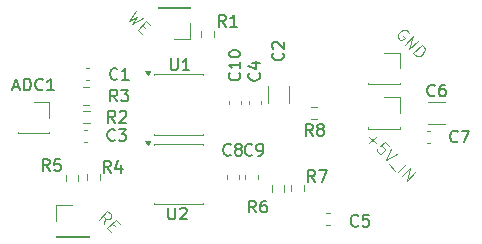
<source format=gbr>
%TF.GenerationSoftware,KiCad,Pcbnew,9.0.6*%
%TF.CreationDate,2025-12-21T15:01:31-05:00*%
%TF.ProjectId,olyntia,6f6c796e-7469-4612-9e6b-696361645f70,rev?*%
%TF.SameCoordinates,Original*%
%TF.FileFunction,Legend,Top*%
%TF.FilePolarity,Positive*%
%FSLAX46Y46*%
G04 Gerber Fmt 4.6, Leading zero omitted, Abs format (unit mm)*
G04 Created by KiCad (PCBNEW 9.0.6) date 2025-12-21 15:01:31*
%MOMM*%
%LPD*%
G01*
G04 APERTURE LIST*
%ADD10C,0.150000*%
%ADD11C,0.125000*%
%ADD12C,0.120000*%
G04 APERTURE END LIST*
D10*
X86233333Y-108359580D02*
X86185714Y-108407200D01*
X86185714Y-108407200D02*
X86042857Y-108454819D01*
X86042857Y-108454819D02*
X85947619Y-108454819D01*
X85947619Y-108454819D02*
X85804762Y-108407200D01*
X85804762Y-108407200D02*
X85709524Y-108311961D01*
X85709524Y-108311961D02*
X85661905Y-108216723D01*
X85661905Y-108216723D02*
X85614286Y-108026247D01*
X85614286Y-108026247D02*
X85614286Y-107883390D01*
X85614286Y-107883390D02*
X85661905Y-107692914D01*
X85661905Y-107692914D02*
X85709524Y-107597676D01*
X85709524Y-107597676D02*
X85804762Y-107502438D01*
X85804762Y-107502438D02*
X85947619Y-107454819D01*
X85947619Y-107454819D02*
X86042857Y-107454819D01*
X86042857Y-107454819D02*
X86185714Y-107502438D01*
X86185714Y-107502438D02*
X86233333Y-107550057D01*
X86709524Y-108454819D02*
X86900000Y-108454819D01*
X86900000Y-108454819D02*
X86995238Y-108407200D01*
X86995238Y-108407200D02*
X87042857Y-108359580D01*
X87042857Y-108359580D02*
X87138095Y-108216723D01*
X87138095Y-108216723D02*
X87185714Y-108026247D01*
X87185714Y-108026247D02*
X87185714Y-107645295D01*
X87185714Y-107645295D02*
X87138095Y-107550057D01*
X87138095Y-107550057D02*
X87090476Y-107502438D01*
X87090476Y-107502438D02*
X86995238Y-107454819D01*
X86995238Y-107454819D02*
X86804762Y-107454819D01*
X86804762Y-107454819D02*
X86709524Y-107502438D01*
X86709524Y-107502438D02*
X86661905Y-107550057D01*
X86661905Y-107550057D02*
X86614286Y-107645295D01*
X86614286Y-107645295D02*
X86614286Y-107883390D01*
X86614286Y-107883390D02*
X86661905Y-107978628D01*
X86661905Y-107978628D02*
X86709524Y-108026247D01*
X86709524Y-108026247D02*
X86804762Y-108073866D01*
X86804762Y-108073866D02*
X86995238Y-108073866D01*
X86995238Y-108073866D02*
X87090476Y-108026247D01*
X87090476Y-108026247D02*
X87138095Y-107978628D01*
X87138095Y-107978628D02*
X87185714Y-107883390D01*
X85160180Y-101443257D02*
X85207800Y-101490876D01*
X85207800Y-101490876D02*
X85255419Y-101633733D01*
X85255419Y-101633733D02*
X85255419Y-101728971D01*
X85255419Y-101728971D02*
X85207800Y-101871828D01*
X85207800Y-101871828D02*
X85112561Y-101967066D01*
X85112561Y-101967066D02*
X85017323Y-102014685D01*
X85017323Y-102014685D02*
X84826847Y-102062304D01*
X84826847Y-102062304D02*
X84683990Y-102062304D01*
X84683990Y-102062304D02*
X84493514Y-102014685D01*
X84493514Y-102014685D02*
X84398276Y-101967066D01*
X84398276Y-101967066D02*
X84303038Y-101871828D01*
X84303038Y-101871828D02*
X84255419Y-101728971D01*
X84255419Y-101728971D02*
X84255419Y-101633733D01*
X84255419Y-101633733D02*
X84303038Y-101490876D01*
X84303038Y-101490876D02*
X84350657Y-101443257D01*
X85255419Y-100490876D02*
X85255419Y-101062304D01*
X85255419Y-100776590D02*
X84255419Y-100776590D01*
X84255419Y-100776590D02*
X84398276Y-100871828D01*
X84398276Y-100871828D02*
X84493514Y-100967066D01*
X84493514Y-100967066D02*
X84541133Y-101062304D01*
X84255419Y-99871828D02*
X84255419Y-99776590D01*
X84255419Y-99776590D02*
X84303038Y-99681352D01*
X84303038Y-99681352D02*
X84350657Y-99633733D01*
X84350657Y-99633733D02*
X84445895Y-99586114D01*
X84445895Y-99586114D02*
X84636371Y-99538495D01*
X84636371Y-99538495D02*
X84874466Y-99538495D01*
X84874466Y-99538495D02*
X85064942Y-99586114D01*
X85064942Y-99586114D02*
X85160180Y-99633733D01*
X85160180Y-99633733D02*
X85207800Y-99681352D01*
X85207800Y-99681352D02*
X85255419Y-99776590D01*
X85255419Y-99776590D02*
X85255419Y-99871828D01*
X85255419Y-99871828D02*
X85207800Y-99967066D01*
X85207800Y-99967066D02*
X85160180Y-100014685D01*
X85160180Y-100014685D02*
X85064942Y-100062304D01*
X85064942Y-100062304D02*
X84874466Y-100109923D01*
X84874466Y-100109923D02*
X84636371Y-100109923D01*
X84636371Y-100109923D02*
X84445895Y-100062304D01*
X84445895Y-100062304D02*
X84350657Y-100014685D01*
X84350657Y-100014685D02*
X84303038Y-99967066D01*
X84303038Y-99967066D02*
X84255419Y-99871828D01*
X66048714Y-102636104D02*
X66524904Y-102636104D01*
X65953476Y-102921819D02*
X66286809Y-101921819D01*
X66286809Y-101921819D02*
X66620142Y-102921819D01*
X66953476Y-102921819D02*
X66953476Y-101921819D01*
X66953476Y-101921819D02*
X67191571Y-101921819D01*
X67191571Y-101921819D02*
X67334428Y-101969438D01*
X67334428Y-101969438D02*
X67429666Y-102064676D01*
X67429666Y-102064676D02*
X67477285Y-102159914D01*
X67477285Y-102159914D02*
X67524904Y-102350390D01*
X67524904Y-102350390D02*
X67524904Y-102493247D01*
X67524904Y-102493247D02*
X67477285Y-102683723D01*
X67477285Y-102683723D02*
X67429666Y-102778961D01*
X67429666Y-102778961D02*
X67334428Y-102874200D01*
X67334428Y-102874200D02*
X67191571Y-102921819D01*
X67191571Y-102921819D02*
X66953476Y-102921819D01*
X68524904Y-102826580D02*
X68477285Y-102874200D01*
X68477285Y-102874200D02*
X68334428Y-102921819D01*
X68334428Y-102921819D02*
X68239190Y-102921819D01*
X68239190Y-102921819D02*
X68096333Y-102874200D01*
X68096333Y-102874200D02*
X68001095Y-102778961D01*
X68001095Y-102778961D02*
X67953476Y-102683723D01*
X67953476Y-102683723D02*
X67905857Y-102493247D01*
X67905857Y-102493247D02*
X67905857Y-102350390D01*
X67905857Y-102350390D02*
X67953476Y-102159914D01*
X67953476Y-102159914D02*
X68001095Y-102064676D01*
X68001095Y-102064676D02*
X68096333Y-101969438D01*
X68096333Y-101969438D02*
X68239190Y-101921819D01*
X68239190Y-101921819D02*
X68334428Y-101921819D01*
X68334428Y-101921819D02*
X68477285Y-101969438D01*
X68477285Y-101969438D02*
X68524904Y-102017057D01*
X69477285Y-102921819D02*
X68905857Y-102921819D01*
X69191571Y-102921819D02*
X69191571Y-101921819D01*
X69191571Y-101921819D02*
X69096333Y-102064676D01*
X69096333Y-102064676D02*
X69001095Y-102159914D01*
X69001095Y-102159914D02*
X68905857Y-102207533D01*
X101710299Y-103335380D02*
X101662680Y-103383000D01*
X101662680Y-103383000D02*
X101519823Y-103430619D01*
X101519823Y-103430619D02*
X101424585Y-103430619D01*
X101424585Y-103430619D02*
X101281728Y-103383000D01*
X101281728Y-103383000D02*
X101186490Y-103287761D01*
X101186490Y-103287761D02*
X101138871Y-103192523D01*
X101138871Y-103192523D02*
X101091252Y-103002047D01*
X101091252Y-103002047D02*
X101091252Y-102859190D01*
X101091252Y-102859190D02*
X101138871Y-102668714D01*
X101138871Y-102668714D02*
X101186490Y-102573476D01*
X101186490Y-102573476D02*
X101281728Y-102478238D01*
X101281728Y-102478238D02*
X101424585Y-102430619D01*
X101424585Y-102430619D02*
X101519823Y-102430619D01*
X101519823Y-102430619D02*
X101662680Y-102478238D01*
X101662680Y-102478238D02*
X101710299Y-102525857D01*
X102567442Y-102430619D02*
X102376966Y-102430619D01*
X102376966Y-102430619D02*
X102281728Y-102478238D01*
X102281728Y-102478238D02*
X102234109Y-102525857D01*
X102234109Y-102525857D02*
X102138871Y-102668714D01*
X102138871Y-102668714D02*
X102091252Y-102859190D01*
X102091252Y-102859190D02*
X102091252Y-103240142D01*
X102091252Y-103240142D02*
X102138871Y-103335380D01*
X102138871Y-103335380D02*
X102186490Y-103383000D01*
X102186490Y-103383000D02*
X102281728Y-103430619D01*
X102281728Y-103430619D02*
X102472204Y-103430619D01*
X102472204Y-103430619D02*
X102567442Y-103383000D01*
X102567442Y-103383000D02*
X102615061Y-103335380D01*
X102615061Y-103335380D02*
X102662680Y-103240142D01*
X102662680Y-103240142D02*
X102662680Y-103002047D01*
X102662680Y-103002047D02*
X102615061Y-102906809D01*
X102615061Y-102906809D02*
X102567442Y-102859190D01*
X102567442Y-102859190D02*
X102472204Y-102811571D01*
X102472204Y-102811571D02*
X102281728Y-102811571D01*
X102281728Y-102811571D02*
X102186490Y-102859190D01*
X102186490Y-102859190D02*
X102138871Y-102906809D01*
X102138871Y-102906809D02*
X102091252Y-103002047D01*
D11*
X99507162Y-98043342D02*
X99473490Y-97942326D01*
X99473490Y-97942326D02*
X99372475Y-97841311D01*
X99372475Y-97841311D02*
X99237788Y-97773968D01*
X99237788Y-97773968D02*
X99103101Y-97773968D01*
X99103101Y-97773968D02*
X99002086Y-97807639D01*
X99002086Y-97807639D02*
X98833727Y-97908655D01*
X98833727Y-97908655D02*
X98732712Y-98009670D01*
X98732712Y-98009670D02*
X98631696Y-98178029D01*
X98631696Y-98178029D02*
X98598025Y-98279044D01*
X98598025Y-98279044D02*
X98598025Y-98413731D01*
X98598025Y-98413731D02*
X98665368Y-98548418D01*
X98665368Y-98548418D02*
X98732712Y-98615761D01*
X98732712Y-98615761D02*
X98867399Y-98683105D01*
X98867399Y-98683105D02*
X98934742Y-98683105D01*
X98934742Y-98683105D02*
X99170444Y-98447403D01*
X99170444Y-98447403D02*
X99035757Y-98312716D01*
X99170444Y-99053494D02*
X99877551Y-98346387D01*
X99877551Y-98346387D02*
X99574506Y-99457555D01*
X99574506Y-99457555D02*
X100281612Y-98750448D01*
X99911223Y-99794273D02*
X100618330Y-99087166D01*
X100618330Y-99087166D02*
X100786689Y-99255525D01*
X100786689Y-99255525D02*
X100854032Y-99390212D01*
X100854032Y-99390212D02*
X100854032Y-99524899D01*
X100854032Y-99524899D02*
X100820360Y-99625914D01*
X100820360Y-99625914D02*
X100719345Y-99794273D01*
X100719345Y-99794273D02*
X100618330Y-99895288D01*
X100618330Y-99895288D02*
X100449971Y-99996303D01*
X100449971Y-99996303D02*
X100348956Y-100029975D01*
X100348956Y-100029975D02*
X100214269Y-100029975D01*
X100214269Y-100029975D02*
X100079582Y-99962631D01*
X100079582Y-99962631D02*
X99911223Y-99794273D01*
D10*
X69099133Y-109751019D02*
X68765800Y-109274828D01*
X68527705Y-109751019D02*
X68527705Y-108751019D01*
X68527705Y-108751019D02*
X68908657Y-108751019D01*
X68908657Y-108751019D02*
X69003895Y-108798638D01*
X69003895Y-108798638D02*
X69051514Y-108846257D01*
X69051514Y-108846257D02*
X69099133Y-108941495D01*
X69099133Y-108941495D02*
X69099133Y-109084352D01*
X69099133Y-109084352D02*
X69051514Y-109179590D01*
X69051514Y-109179590D02*
X69003895Y-109227209D01*
X69003895Y-109227209D02*
X68908657Y-109274828D01*
X68908657Y-109274828D02*
X68527705Y-109274828D01*
X70003895Y-108751019D02*
X69527705Y-108751019D01*
X69527705Y-108751019D02*
X69480086Y-109227209D01*
X69480086Y-109227209D02*
X69527705Y-109179590D01*
X69527705Y-109179590D02*
X69622943Y-109131971D01*
X69622943Y-109131971D02*
X69861038Y-109131971D01*
X69861038Y-109131971D02*
X69956276Y-109179590D01*
X69956276Y-109179590D02*
X70003895Y-109227209D01*
X70003895Y-109227209D02*
X70051514Y-109322447D01*
X70051514Y-109322447D02*
X70051514Y-109560542D01*
X70051514Y-109560542D02*
X70003895Y-109655780D01*
X70003895Y-109655780D02*
X69956276Y-109703400D01*
X69956276Y-109703400D02*
X69861038Y-109751019D01*
X69861038Y-109751019D02*
X69622943Y-109751019D01*
X69622943Y-109751019D02*
X69527705Y-109703400D01*
X69527705Y-109703400D02*
X69480086Y-109655780D01*
X86846580Y-101467066D02*
X86894200Y-101514685D01*
X86894200Y-101514685D02*
X86941819Y-101657542D01*
X86941819Y-101657542D02*
X86941819Y-101752780D01*
X86941819Y-101752780D02*
X86894200Y-101895637D01*
X86894200Y-101895637D02*
X86798961Y-101990875D01*
X86798961Y-101990875D02*
X86703723Y-102038494D01*
X86703723Y-102038494D02*
X86513247Y-102086113D01*
X86513247Y-102086113D02*
X86370390Y-102086113D01*
X86370390Y-102086113D02*
X86179914Y-102038494D01*
X86179914Y-102038494D02*
X86084676Y-101990875D01*
X86084676Y-101990875D02*
X85989438Y-101895637D01*
X85989438Y-101895637D02*
X85941819Y-101752780D01*
X85941819Y-101752780D02*
X85941819Y-101657542D01*
X85941819Y-101657542D02*
X85989438Y-101514685D01*
X85989438Y-101514685D02*
X86037057Y-101467066D01*
X86275152Y-100609923D02*
X86941819Y-100609923D01*
X85894200Y-100848018D02*
X86608485Y-101086113D01*
X86608485Y-101086113D02*
X86608485Y-100467066D01*
X86574333Y-113256219D02*
X86241000Y-112780028D01*
X86002905Y-113256219D02*
X86002905Y-112256219D01*
X86002905Y-112256219D02*
X86383857Y-112256219D01*
X86383857Y-112256219D02*
X86479095Y-112303838D01*
X86479095Y-112303838D02*
X86526714Y-112351457D01*
X86526714Y-112351457D02*
X86574333Y-112446695D01*
X86574333Y-112446695D02*
X86574333Y-112589552D01*
X86574333Y-112589552D02*
X86526714Y-112684790D01*
X86526714Y-112684790D02*
X86479095Y-112732409D01*
X86479095Y-112732409D02*
X86383857Y-112780028D01*
X86383857Y-112780028D02*
X86002905Y-112780028D01*
X87431476Y-112256219D02*
X87241000Y-112256219D01*
X87241000Y-112256219D02*
X87145762Y-112303838D01*
X87145762Y-112303838D02*
X87098143Y-112351457D01*
X87098143Y-112351457D02*
X87002905Y-112494314D01*
X87002905Y-112494314D02*
X86955286Y-112684790D01*
X86955286Y-112684790D02*
X86955286Y-113065742D01*
X86955286Y-113065742D02*
X87002905Y-113160980D01*
X87002905Y-113160980D02*
X87050524Y-113208600D01*
X87050524Y-113208600D02*
X87145762Y-113256219D01*
X87145762Y-113256219D02*
X87336238Y-113256219D01*
X87336238Y-113256219D02*
X87431476Y-113208600D01*
X87431476Y-113208600D02*
X87479095Y-113160980D01*
X87479095Y-113160980D02*
X87526714Y-113065742D01*
X87526714Y-113065742D02*
X87526714Y-112827647D01*
X87526714Y-112827647D02*
X87479095Y-112732409D01*
X87479095Y-112732409D02*
X87431476Y-112684790D01*
X87431476Y-112684790D02*
X87336238Y-112637171D01*
X87336238Y-112637171D02*
X87145762Y-112637171D01*
X87145762Y-112637171D02*
X87050524Y-112684790D01*
X87050524Y-112684790D02*
X87002905Y-112732409D01*
X87002905Y-112732409D02*
X86955286Y-112827647D01*
X79161895Y-112840419D02*
X79161895Y-113649942D01*
X79161895Y-113649942D02*
X79209514Y-113745180D01*
X79209514Y-113745180D02*
X79257133Y-113792800D01*
X79257133Y-113792800D02*
X79352371Y-113840419D01*
X79352371Y-113840419D02*
X79542847Y-113840419D01*
X79542847Y-113840419D02*
X79638085Y-113792800D01*
X79638085Y-113792800D02*
X79685704Y-113745180D01*
X79685704Y-113745180D02*
X79733323Y-113649942D01*
X79733323Y-113649942D02*
X79733323Y-112840419D01*
X80161895Y-112935657D02*
X80209514Y-112888038D01*
X80209514Y-112888038D02*
X80304752Y-112840419D01*
X80304752Y-112840419D02*
X80542847Y-112840419D01*
X80542847Y-112840419D02*
X80638085Y-112888038D01*
X80638085Y-112888038D02*
X80685704Y-112935657D01*
X80685704Y-112935657D02*
X80733323Y-113030895D01*
X80733323Y-113030895D02*
X80733323Y-113126133D01*
X80733323Y-113126133D02*
X80685704Y-113268990D01*
X80685704Y-113268990D02*
X80114276Y-113840419D01*
X80114276Y-113840419D02*
X80733323Y-113840419D01*
X74839533Y-101934180D02*
X74791914Y-101981800D01*
X74791914Y-101981800D02*
X74649057Y-102029419D01*
X74649057Y-102029419D02*
X74553819Y-102029419D01*
X74553819Y-102029419D02*
X74410962Y-101981800D01*
X74410962Y-101981800D02*
X74315724Y-101886561D01*
X74315724Y-101886561D02*
X74268105Y-101791323D01*
X74268105Y-101791323D02*
X74220486Y-101600847D01*
X74220486Y-101600847D02*
X74220486Y-101457990D01*
X74220486Y-101457990D02*
X74268105Y-101267514D01*
X74268105Y-101267514D02*
X74315724Y-101172276D01*
X74315724Y-101172276D02*
X74410962Y-101077038D01*
X74410962Y-101077038D02*
X74553819Y-101029419D01*
X74553819Y-101029419D02*
X74649057Y-101029419D01*
X74649057Y-101029419D02*
X74791914Y-101077038D01*
X74791914Y-101077038D02*
X74839533Y-101124657D01*
X75791914Y-102029419D02*
X75220486Y-102029419D01*
X75506200Y-102029419D02*
X75506200Y-101029419D01*
X75506200Y-101029419D02*
X75410962Y-101172276D01*
X75410962Y-101172276D02*
X75315724Y-101267514D01*
X75315724Y-101267514D02*
X75220486Y-101315133D01*
D11*
X96161607Y-106863332D02*
X96700355Y-107402080D01*
X96161607Y-107402080D02*
X96700355Y-106863332D01*
X97811522Y-107637782D02*
X97474805Y-107301064D01*
X97474805Y-107301064D02*
X97104416Y-107604110D01*
X97104416Y-107604110D02*
X97171759Y-107604110D01*
X97171759Y-107604110D02*
X97272774Y-107637782D01*
X97272774Y-107637782D02*
X97441133Y-107806140D01*
X97441133Y-107806140D02*
X97474805Y-107907156D01*
X97474805Y-107907156D02*
X97474805Y-107974499D01*
X97474805Y-107974499D02*
X97441133Y-108075514D01*
X97441133Y-108075514D02*
X97272774Y-108243873D01*
X97272774Y-108243873D02*
X97171759Y-108277545D01*
X97171759Y-108277545D02*
X97104416Y-108277545D01*
X97104416Y-108277545D02*
X97003400Y-108243873D01*
X97003400Y-108243873D02*
X96835042Y-108075514D01*
X96835042Y-108075514D02*
X96801370Y-107974499D01*
X96801370Y-107974499D02*
X96801370Y-107907156D01*
X98047225Y-107873484D02*
X97575820Y-108816293D01*
X97575820Y-108816293D02*
X98518629Y-108344888D01*
X97811523Y-109186682D02*
X98350271Y-109725430D01*
X98585973Y-109826446D02*
X99293080Y-109119339D01*
X98922690Y-110163163D02*
X99629797Y-109456056D01*
X99629797Y-109456056D02*
X99326751Y-110567224D01*
X99326751Y-110567224D02*
X100033858Y-109860117D01*
D10*
X79365095Y-100217919D02*
X79365095Y-101027442D01*
X79365095Y-101027442D02*
X79412714Y-101122680D01*
X79412714Y-101122680D02*
X79460333Y-101170300D01*
X79460333Y-101170300D02*
X79555571Y-101217919D01*
X79555571Y-101217919D02*
X79746047Y-101217919D01*
X79746047Y-101217919D02*
X79841285Y-101170300D01*
X79841285Y-101170300D02*
X79888904Y-101122680D01*
X79888904Y-101122680D02*
X79936523Y-101027442D01*
X79936523Y-101027442D02*
X79936523Y-100217919D01*
X80936523Y-101217919D02*
X80365095Y-101217919D01*
X80650809Y-101217919D02*
X80650809Y-100217919D01*
X80650809Y-100217919D02*
X80555571Y-100360776D01*
X80555571Y-100360776D02*
X80460333Y-100456014D01*
X80460333Y-100456014D02*
X80365095Y-100503633D01*
X74626933Y-107110380D02*
X74579314Y-107158000D01*
X74579314Y-107158000D02*
X74436457Y-107205619D01*
X74436457Y-107205619D02*
X74341219Y-107205619D01*
X74341219Y-107205619D02*
X74198362Y-107158000D01*
X74198362Y-107158000D02*
X74103124Y-107062761D01*
X74103124Y-107062761D02*
X74055505Y-106967523D01*
X74055505Y-106967523D02*
X74007886Y-106777047D01*
X74007886Y-106777047D02*
X74007886Y-106634190D01*
X74007886Y-106634190D02*
X74055505Y-106443714D01*
X74055505Y-106443714D02*
X74103124Y-106348476D01*
X74103124Y-106348476D02*
X74198362Y-106253238D01*
X74198362Y-106253238D02*
X74341219Y-106205619D01*
X74341219Y-106205619D02*
X74436457Y-106205619D01*
X74436457Y-106205619D02*
X74579314Y-106253238D01*
X74579314Y-106253238D02*
X74626933Y-106300857D01*
X74960267Y-106205619D02*
X75579314Y-106205619D01*
X75579314Y-106205619D02*
X75245981Y-106586571D01*
X75245981Y-106586571D02*
X75388838Y-106586571D01*
X75388838Y-106586571D02*
X75484076Y-106634190D01*
X75484076Y-106634190D02*
X75531695Y-106681809D01*
X75531695Y-106681809D02*
X75579314Y-106777047D01*
X75579314Y-106777047D02*
X75579314Y-107015142D01*
X75579314Y-107015142D02*
X75531695Y-107110380D01*
X75531695Y-107110380D02*
X75484076Y-107158000D01*
X75484076Y-107158000D02*
X75388838Y-107205619D01*
X75388838Y-107205619D02*
X75103124Y-107205619D01*
X75103124Y-107205619D02*
X75007886Y-107158000D01*
X75007886Y-107158000D02*
X74960267Y-107110380D01*
D11*
X73693659Y-114267509D02*
X73794675Y-113695089D01*
X73289598Y-113863448D02*
X73996705Y-113156341D01*
X73996705Y-113156341D02*
X74266079Y-113425715D01*
X74266079Y-113425715D02*
X74299751Y-113526731D01*
X74299751Y-113526731D02*
X74299751Y-113594074D01*
X74299751Y-113594074D02*
X74266079Y-113695089D01*
X74266079Y-113695089D02*
X74165064Y-113796105D01*
X74165064Y-113796105D02*
X74064049Y-113829776D01*
X74064049Y-113829776D02*
X73996705Y-113829776D01*
X73996705Y-113829776D02*
X73895690Y-113796105D01*
X73895690Y-113796105D02*
X73626316Y-113526731D01*
X74367094Y-114200166D02*
X74602797Y-114435868D01*
X74333423Y-114907272D02*
X73996705Y-114570555D01*
X73996705Y-114570555D02*
X74703812Y-113863448D01*
X74703812Y-113863448D02*
X75040529Y-114200166D01*
X76386654Y-96192491D02*
X75847906Y-97067956D01*
X75847906Y-97067956D02*
X76487670Y-96697567D01*
X76487670Y-96697567D02*
X76117280Y-97337330D01*
X76117280Y-97337330D02*
X76992746Y-96798582D01*
X76925402Y-97404674D02*
X77161105Y-97640376D01*
X76891731Y-98111780D02*
X76555013Y-97775063D01*
X76555013Y-97775063D02*
X77262120Y-97067956D01*
X77262120Y-97067956D02*
X77598837Y-97404674D01*
D10*
X74280733Y-109878019D02*
X73947400Y-109401828D01*
X73709305Y-109878019D02*
X73709305Y-108878019D01*
X73709305Y-108878019D02*
X74090257Y-108878019D01*
X74090257Y-108878019D02*
X74185495Y-108925638D01*
X74185495Y-108925638D02*
X74233114Y-108973257D01*
X74233114Y-108973257D02*
X74280733Y-109068495D01*
X74280733Y-109068495D02*
X74280733Y-109211352D01*
X74280733Y-109211352D02*
X74233114Y-109306590D01*
X74233114Y-109306590D02*
X74185495Y-109354209D01*
X74185495Y-109354209D02*
X74090257Y-109401828D01*
X74090257Y-109401828D02*
X73709305Y-109401828D01*
X75137876Y-109211352D02*
X75137876Y-109878019D01*
X74899781Y-108830400D02*
X74661686Y-109544685D01*
X74661686Y-109544685D02*
X75280733Y-109544685D01*
X103650857Y-107237648D02*
X103603238Y-107285268D01*
X103603238Y-107285268D02*
X103460381Y-107332887D01*
X103460381Y-107332887D02*
X103365143Y-107332887D01*
X103365143Y-107332887D02*
X103222286Y-107285268D01*
X103222286Y-107285268D02*
X103127048Y-107190029D01*
X103127048Y-107190029D02*
X103079429Y-107094791D01*
X103079429Y-107094791D02*
X103031810Y-106904315D01*
X103031810Y-106904315D02*
X103031810Y-106761458D01*
X103031810Y-106761458D02*
X103079429Y-106570982D01*
X103079429Y-106570982D02*
X103127048Y-106475744D01*
X103127048Y-106475744D02*
X103222286Y-106380506D01*
X103222286Y-106380506D02*
X103365143Y-106332887D01*
X103365143Y-106332887D02*
X103460381Y-106332887D01*
X103460381Y-106332887D02*
X103603238Y-106380506D01*
X103603238Y-106380506D02*
X103650857Y-106428125D01*
X103984191Y-106332887D02*
X104650857Y-106332887D01*
X104650857Y-106332887D02*
X104222286Y-107332887D01*
X91384333Y-106780619D02*
X91051000Y-106304428D01*
X90812905Y-106780619D02*
X90812905Y-105780619D01*
X90812905Y-105780619D02*
X91193857Y-105780619D01*
X91193857Y-105780619D02*
X91289095Y-105828238D01*
X91289095Y-105828238D02*
X91336714Y-105875857D01*
X91336714Y-105875857D02*
X91384333Y-105971095D01*
X91384333Y-105971095D02*
X91384333Y-106113952D01*
X91384333Y-106113952D02*
X91336714Y-106209190D01*
X91336714Y-106209190D02*
X91289095Y-106256809D01*
X91289095Y-106256809D02*
X91193857Y-106304428D01*
X91193857Y-106304428D02*
X90812905Y-106304428D01*
X91955762Y-106209190D02*
X91860524Y-106161571D01*
X91860524Y-106161571D02*
X91812905Y-106113952D01*
X91812905Y-106113952D02*
X91765286Y-106018714D01*
X91765286Y-106018714D02*
X91765286Y-105971095D01*
X91765286Y-105971095D02*
X91812905Y-105875857D01*
X91812905Y-105875857D02*
X91860524Y-105828238D01*
X91860524Y-105828238D02*
X91955762Y-105780619D01*
X91955762Y-105780619D02*
X92146238Y-105780619D01*
X92146238Y-105780619D02*
X92241476Y-105828238D01*
X92241476Y-105828238D02*
X92289095Y-105875857D01*
X92289095Y-105875857D02*
X92336714Y-105971095D01*
X92336714Y-105971095D02*
X92336714Y-106018714D01*
X92336714Y-106018714D02*
X92289095Y-106113952D01*
X92289095Y-106113952D02*
X92241476Y-106161571D01*
X92241476Y-106161571D02*
X92146238Y-106209190D01*
X92146238Y-106209190D02*
X91955762Y-106209190D01*
X91955762Y-106209190D02*
X91860524Y-106256809D01*
X91860524Y-106256809D02*
X91812905Y-106304428D01*
X91812905Y-106304428D02*
X91765286Y-106399666D01*
X91765286Y-106399666D02*
X91765286Y-106590142D01*
X91765286Y-106590142D02*
X91812905Y-106685380D01*
X91812905Y-106685380D02*
X91860524Y-106733000D01*
X91860524Y-106733000D02*
X91955762Y-106780619D01*
X91955762Y-106780619D02*
X92146238Y-106780619D01*
X92146238Y-106780619D02*
X92241476Y-106733000D01*
X92241476Y-106733000D02*
X92289095Y-106685380D01*
X92289095Y-106685380D02*
X92336714Y-106590142D01*
X92336714Y-106590142D02*
X92336714Y-106399666D01*
X92336714Y-106399666D02*
X92289095Y-106304428D01*
X92289095Y-106304428D02*
X92241476Y-106256809D01*
X92241476Y-106256809D02*
X92146238Y-106209190D01*
X84033333Y-97516727D02*
X83700000Y-97040536D01*
X83461905Y-97516727D02*
X83461905Y-96516727D01*
X83461905Y-96516727D02*
X83842857Y-96516727D01*
X83842857Y-96516727D02*
X83938095Y-96564346D01*
X83938095Y-96564346D02*
X83985714Y-96611965D01*
X83985714Y-96611965D02*
X84033333Y-96707203D01*
X84033333Y-96707203D02*
X84033333Y-96850060D01*
X84033333Y-96850060D02*
X83985714Y-96945298D01*
X83985714Y-96945298D02*
X83938095Y-96992917D01*
X83938095Y-96992917D02*
X83842857Y-97040536D01*
X83842857Y-97040536D02*
X83461905Y-97040536D01*
X84985714Y-97516727D02*
X84414286Y-97516727D01*
X84700000Y-97516727D02*
X84700000Y-96516727D01*
X84700000Y-96516727D02*
X84604762Y-96659584D01*
X84604762Y-96659584D02*
X84509524Y-96754822D01*
X84509524Y-96754822D02*
X84414286Y-96802441D01*
X95233333Y-114359580D02*
X95185714Y-114407200D01*
X95185714Y-114407200D02*
X95042857Y-114454819D01*
X95042857Y-114454819D02*
X94947619Y-114454819D01*
X94947619Y-114454819D02*
X94804762Y-114407200D01*
X94804762Y-114407200D02*
X94709524Y-114311961D01*
X94709524Y-114311961D02*
X94661905Y-114216723D01*
X94661905Y-114216723D02*
X94614286Y-114026247D01*
X94614286Y-114026247D02*
X94614286Y-113883390D01*
X94614286Y-113883390D02*
X94661905Y-113692914D01*
X94661905Y-113692914D02*
X94709524Y-113597676D01*
X94709524Y-113597676D02*
X94804762Y-113502438D01*
X94804762Y-113502438D02*
X94947619Y-113454819D01*
X94947619Y-113454819D02*
X95042857Y-113454819D01*
X95042857Y-113454819D02*
X95185714Y-113502438D01*
X95185714Y-113502438D02*
X95233333Y-113550057D01*
X96138095Y-113454819D02*
X95661905Y-113454819D01*
X95661905Y-113454819D02*
X95614286Y-113931009D01*
X95614286Y-113931009D02*
X95661905Y-113883390D01*
X95661905Y-113883390D02*
X95757143Y-113835771D01*
X95757143Y-113835771D02*
X95995238Y-113835771D01*
X95995238Y-113835771D02*
X96090476Y-113883390D01*
X96090476Y-113883390D02*
X96138095Y-113931009D01*
X96138095Y-113931009D02*
X96185714Y-114026247D01*
X96185714Y-114026247D02*
X96185714Y-114264342D01*
X96185714Y-114264342D02*
X96138095Y-114359580D01*
X96138095Y-114359580D02*
X96090476Y-114407200D01*
X96090476Y-114407200D02*
X95995238Y-114454819D01*
X95995238Y-114454819D02*
X95757143Y-114454819D01*
X95757143Y-114454819D02*
X95661905Y-114407200D01*
X95661905Y-114407200D02*
X95614286Y-114359580D01*
X74651333Y-105654819D02*
X74318000Y-105178628D01*
X74079905Y-105654819D02*
X74079905Y-104654819D01*
X74079905Y-104654819D02*
X74460857Y-104654819D01*
X74460857Y-104654819D02*
X74556095Y-104702438D01*
X74556095Y-104702438D02*
X74603714Y-104750057D01*
X74603714Y-104750057D02*
X74651333Y-104845295D01*
X74651333Y-104845295D02*
X74651333Y-104988152D01*
X74651333Y-104988152D02*
X74603714Y-105083390D01*
X74603714Y-105083390D02*
X74556095Y-105131009D01*
X74556095Y-105131009D02*
X74460857Y-105178628D01*
X74460857Y-105178628D02*
X74079905Y-105178628D01*
X75032286Y-104750057D02*
X75079905Y-104702438D01*
X75079905Y-104702438D02*
X75175143Y-104654819D01*
X75175143Y-104654819D02*
X75413238Y-104654819D01*
X75413238Y-104654819D02*
X75508476Y-104702438D01*
X75508476Y-104702438D02*
X75556095Y-104750057D01*
X75556095Y-104750057D02*
X75603714Y-104845295D01*
X75603714Y-104845295D02*
X75603714Y-104940533D01*
X75603714Y-104940533D02*
X75556095Y-105083390D01*
X75556095Y-105083390D02*
X74984667Y-105654819D01*
X74984667Y-105654819D02*
X75603714Y-105654819D01*
X74833333Y-103854819D02*
X74500000Y-103378628D01*
X74261905Y-103854819D02*
X74261905Y-102854819D01*
X74261905Y-102854819D02*
X74642857Y-102854819D01*
X74642857Y-102854819D02*
X74738095Y-102902438D01*
X74738095Y-102902438D02*
X74785714Y-102950057D01*
X74785714Y-102950057D02*
X74833333Y-103045295D01*
X74833333Y-103045295D02*
X74833333Y-103188152D01*
X74833333Y-103188152D02*
X74785714Y-103283390D01*
X74785714Y-103283390D02*
X74738095Y-103331009D01*
X74738095Y-103331009D02*
X74642857Y-103378628D01*
X74642857Y-103378628D02*
X74261905Y-103378628D01*
X75166667Y-102854819D02*
X75785714Y-102854819D01*
X75785714Y-102854819D02*
X75452381Y-103235771D01*
X75452381Y-103235771D02*
X75595238Y-103235771D01*
X75595238Y-103235771D02*
X75690476Y-103283390D01*
X75690476Y-103283390D02*
X75738095Y-103331009D01*
X75738095Y-103331009D02*
X75785714Y-103426247D01*
X75785714Y-103426247D02*
X75785714Y-103664342D01*
X75785714Y-103664342D02*
X75738095Y-103759580D01*
X75738095Y-103759580D02*
X75690476Y-103807200D01*
X75690476Y-103807200D02*
X75595238Y-103854819D01*
X75595238Y-103854819D02*
X75309524Y-103854819D01*
X75309524Y-103854819D02*
X75214286Y-103807200D01*
X75214286Y-103807200D02*
X75166667Y-103759580D01*
X84433333Y-108359580D02*
X84385714Y-108407200D01*
X84385714Y-108407200D02*
X84242857Y-108454819D01*
X84242857Y-108454819D02*
X84147619Y-108454819D01*
X84147619Y-108454819D02*
X84004762Y-108407200D01*
X84004762Y-108407200D02*
X83909524Y-108311961D01*
X83909524Y-108311961D02*
X83861905Y-108216723D01*
X83861905Y-108216723D02*
X83814286Y-108026247D01*
X83814286Y-108026247D02*
X83814286Y-107883390D01*
X83814286Y-107883390D02*
X83861905Y-107692914D01*
X83861905Y-107692914D02*
X83909524Y-107597676D01*
X83909524Y-107597676D02*
X84004762Y-107502438D01*
X84004762Y-107502438D02*
X84147619Y-107454819D01*
X84147619Y-107454819D02*
X84242857Y-107454819D01*
X84242857Y-107454819D02*
X84385714Y-107502438D01*
X84385714Y-107502438D02*
X84433333Y-107550057D01*
X85004762Y-107883390D02*
X84909524Y-107835771D01*
X84909524Y-107835771D02*
X84861905Y-107788152D01*
X84861905Y-107788152D02*
X84814286Y-107692914D01*
X84814286Y-107692914D02*
X84814286Y-107645295D01*
X84814286Y-107645295D02*
X84861905Y-107550057D01*
X84861905Y-107550057D02*
X84909524Y-107502438D01*
X84909524Y-107502438D02*
X85004762Y-107454819D01*
X85004762Y-107454819D02*
X85195238Y-107454819D01*
X85195238Y-107454819D02*
X85290476Y-107502438D01*
X85290476Y-107502438D02*
X85338095Y-107550057D01*
X85338095Y-107550057D02*
X85385714Y-107645295D01*
X85385714Y-107645295D02*
X85385714Y-107692914D01*
X85385714Y-107692914D02*
X85338095Y-107788152D01*
X85338095Y-107788152D02*
X85290476Y-107835771D01*
X85290476Y-107835771D02*
X85195238Y-107883390D01*
X85195238Y-107883390D02*
X85004762Y-107883390D01*
X85004762Y-107883390D02*
X84909524Y-107931009D01*
X84909524Y-107931009D02*
X84861905Y-107978628D01*
X84861905Y-107978628D02*
X84814286Y-108073866D01*
X84814286Y-108073866D02*
X84814286Y-108264342D01*
X84814286Y-108264342D02*
X84861905Y-108359580D01*
X84861905Y-108359580D02*
X84909524Y-108407200D01*
X84909524Y-108407200D02*
X85004762Y-108454819D01*
X85004762Y-108454819D02*
X85195238Y-108454819D01*
X85195238Y-108454819D02*
X85290476Y-108407200D01*
X85290476Y-108407200D02*
X85338095Y-108359580D01*
X85338095Y-108359580D02*
X85385714Y-108264342D01*
X85385714Y-108264342D02*
X85385714Y-108073866D01*
X85385714Y-108073866D02*
X85338095Y-107978628D01*
X85338095Y-107978628D02*
X85290476Y-107931009D01*
X85290476Y-107931009D02*
X85195238Y-107883390D01*
X91578133Y-110665419D02*
X91244800Y-110189228D01*
X91006705Y-110665419D02*
X91006705Y-109665419D01*
X91006705Y-109665419D02*
X91387657Y-109665419D01*
X91387657Y-109665419D02*
X91482895Y-109713038D01*
X91482895Y-109713038D02*
X91530514Y-109760657D01*
X91530514Y-109760657D02*
X91578133Y-109855895D01*
X91578133Y-109855895D02*
X91578133Y-109998752D01*
X91578133Y-109998752D02*
X91530514Y-110093990D01*
X91530514Y-110093990D02*
X91482895Y-110141609D01*
X91482895Y-110141609D02*
X91387657Y-110189228D01*
X91387657Y-110189228D02*
X91006705Y-110189228D01*
X91911467Y-109665419D02*
X92578133Y-109665419D01*
X92578133Y-109665419D02*
X92149562Y-110665419D01*
X88853180Y-99767066D02*
X88900800Y-99814685D01*
X88900800Y-99814685D02*
X88948419Y-99957542D01*
X88948419Y-99957542D02*
X88948419Y-100052780D01*
X88948419Y-100052780D02*
X88900800Y-100195637D01*
X88900800Y-100195637D02*
X88805561Y-100290875D01*
X88805561Y-100290875D02*
X88710323Y-100338494D01*
X88710323Y-100338494D02*
X88519847Y-100386113D01*
X88519847Y-100386113D02*
X88376990Y-100386113D01*
X88376990Y-100386113D02*
X88186514Y-100338494D01*
X88186514Y-100338494D02*
X88091276Y-100290875D01*
X88091276Y-100290875D02*
X87996038Y-100195637D01*
X87996038Y-100195637D02*
X87948419Y-100052780D01*
X87948419Y-100052780D02*
X87948419Y-99957542D01*
X87948419Y-99957542D02*
X87996038Y-99814685D01*
X87996038Y-99814685D02*
X88043657Y-99767066D01*
X88043657Y-99386113D02*
X87996038Y-99338494D01*
X87996038Y-99338494D02*
X87948419Y-99243256D01*
X87948419Y-99243256D02*
X87948419Y-99005161D01*
X87948419Y-99005161D02*
X87996038Y-98909923D01*
X87996038Y-98909923D02*
X88043657Y-98862304D01*
X88043657Y-98862304D02*
X88138895Y-98814685D01*
X88138895Y-98814685D02*
X88234133Y-98814685D01*
X88234133Y-98814685D02*
X88376990Y-98862304D01*
X88376990Y-98862304D02*
X88948419Y-99433732D01*
X88948419Y-99433732D02*
X88948419Y-98814685D01*
D12*
%TO.C,C9*%
X85690000Y-110116233D02*
X85690000Y-110408767D01*
X86710000Y-110116233D02*
X86710000Y-110408767D01*
%TO.C,C10*%
X85320600Y-104084167D02*
X85320600Y-103791633D01*
X84300600Y-104084167D02*
X84300600Y-103791633D01*
%TO.C,ADC1*%
X66433000Y-106447000D02*
X66433000Y-106567000D01*
X66433000Y-106567000D02*
X69093000Y-106567000D01*
X67763000Y-103907000D02*
X69093000Y-103907000D01*
X69093000Y-103907000D02*
X69093000Y-105237000D01*
X69093000Y-106447000D02*
X69093000Y-106567000D01*
%TO.C,C6*%
X101165714Y-103915800D02*
X102588218Y-103915800D01*
X101165714Y-105735800D02*
X102588218Y-105735800D01*
%TO.C,GND*%
X96079000Y-102276600D02*
X96079000Y-102396600D01*
X96079000Y-102396600D02*
X98739000Y-102396600D01*
X97409000Y-99736600D02*
X98739000Y-99736600D01*
X98739000Y-99736600D02*
X98739000Y-101066600D01*
X98739000Y-102276600D02*
X98739000Y-102396600D01*
%TO.C,R5*%
X71540900Y-110568824D02*
X71540900Y-110059376D01*
X70495900Y-110568824D02*
X70495900Y-110059376D01*
%TO.C,C4*%
X86997000Y-104084167D02*
X86997000Y-103791633D01*
X85977000Y-104084167D02*
X85977000Y-103791633D01*
%TO.C,R6*%
X88965300Y-111483224D02*
X88965300Y-110973776D01*
X87920300Y-111483224D02*
X87920300Y-110973776D01*
%TO.C,U2*%
X77940000Y-107438700D02*
X82060000Y-107438700D01*
X77940000Y-107533700D02*
X77940000Y-107438700D01*
X77940000Y-112558700D02*
X77940000Y-112463700D01*
X82060000Y-107438700D02*
X82060000Y-107533700D01*
X82060000Y-112463700D02*
X82060000Y-112558700D01*
X82060000Y-112558700D02*
X77940000Y-112558700D01*
X77400000Y-107528700D02*
X77160000Y-107198700D01*
X77640000Y-107198700D01*
X77400000Y-107528700D01*
G36*
X77400000Y-107528700D02*
G01*
X77160000Y-107198700D01*
X77640000Y-107198700D01*
X77400000Y-107528700D01*
G37*
%TO.C,C1*%
X72483767Y-100990000D02*
X72191233Y-100990000D01*
X72483767Y-102010000D02*
X72191233Y-102010000D01*
%TO.C,+5V_IN*%
X96079000Y-106035800D02*
X96079000Y-106155800D01*
X96079000Y-106155800D02*
X98739000Y-106155800D01*
X97409000Y-103495800D02*
X98739000Y-103495800D01*
X98739000Y-103495800D02*
X98739000Y-104825800D01*
X98739000Y-106035800D02*
X98739000Y-106155800D01*
%TO.C,U1*%
X77940000Y-101555900D02*
X82060000Y-101555900D01*
X77940000Y-101650900D02*
X77940000Y-101555900D01*
X77940000Y-106675900D02*
X77940000Y-106580900D01*
X82060000Y-101555900D02*
X82060000Y-101650900D01*
X82060000Y-106580900D02*
X82060000Y-106675900D01*
X82060000Y-106675900D02*
X77940000Y-106675900D01*
X77400000Y-101645900D02*
X77160000Y-101315900D01*
X77640000Y-101315900D01*
X77400000Y-101645900D01*
G36*
X77400000Y-101645900D02*
G01*
X77160000Y-101315900D01*
X77640000Y-101315900D01*
X77400000Y-101645900D01*
G37*
%TO.C,C3*%
X72009833Y-106240800D02*
X72302367Y-106240800D01*
X72009833Y-107260800D02*
X72302367Y-107260800D01*
%TO.C,RE*%
X69663800Y-112615200D02*
X71043800Y-112615200D01*
X69663800Y-113995200D02*
X69663800Y-112615200D01*
X69663800Y-115265200D02*
X69663800Y-115375200D01*
X69663800Y-115265200D02*
X72423800Y-115265200D01*
X69663800Y-115375200D02*
X72423800Y-115375200D01*
X72423800Y-115265200D02*
X72423800Y-115375200D01*
%TO.C,WE*%
X78245000Y-95930000D02*
X78245000Y-95820000D01*
X81005000Y-95820000D02*
X78245000Y-95820000D01*
X81005000Y-95930000D02*
X78245000Y-95930000D01*
X81005000Y-95930000D02*
X81005000Y-95820000D01*
X81005000Y-97200000D02*
X81005000Y-98580000D01*
X81005000Y-98580000D02*
X79625000Y-98580000D01*
%TO.C,R4*%
X73344300Y-110033976D02*
X73344300Y-110543424D01*
X72299300Y-110033976D02*
X72299300Y-110543424D01*
%TO.C,C7*%
X101033757Y-106348068D02*
X101326291Y-106348068D01*
X101033757Y-107368068D02*
X101326291Y-107368068D01*
%TO.C,R8*%
X91718224Y-104303300D02*
X91208776Y-104303300D01*
X91718224Y-105348300D02*
X91208776Y-105348300D01*
%TO.C,R1*%
X81953321Y-98367224D02*
X81953321Y-97857776D01*
X82998321Y-98367224D02*
X82998321Y-97857776D01*
%TO.C,C5*%
X92516233Y-113290000D02*
X92808767Y-113290000D01*
X92516233Y-114310000D02*
X92808767Y-114310000D01*
%TO.C,R2*%
X71975776Y-104677500D02*
X72485224Y-104677500D01*
X71975776Y-105722500D02*
X72485224Y-105722500D01*
%TO.C,R3*%
X72427064Y-102665000D02*
X71972936Y-102665000D01*
X72427064Y-104135000D02*
X71972936Y-104135000D01*
%TO.C,C8*%
X84090000Y-110116233D02*
X84090000Y-110408767D01*
X85110000Y-110116233D02*
X85110000Y-110408767D01*
%TO.C,R7*%
X89565000Y-110945276D02*
X89565000Y-111454724D01*
X90610000Y-110945276D02*
X90610000Y-111454724D01*
%TO.C,C2*%
X89403600Y-103949152D02*
X89403600Y-102526648D01*
X87583600Y-103949152D02*
X87583600Y-102526648D01*
%TD*%
M02*

</source>
